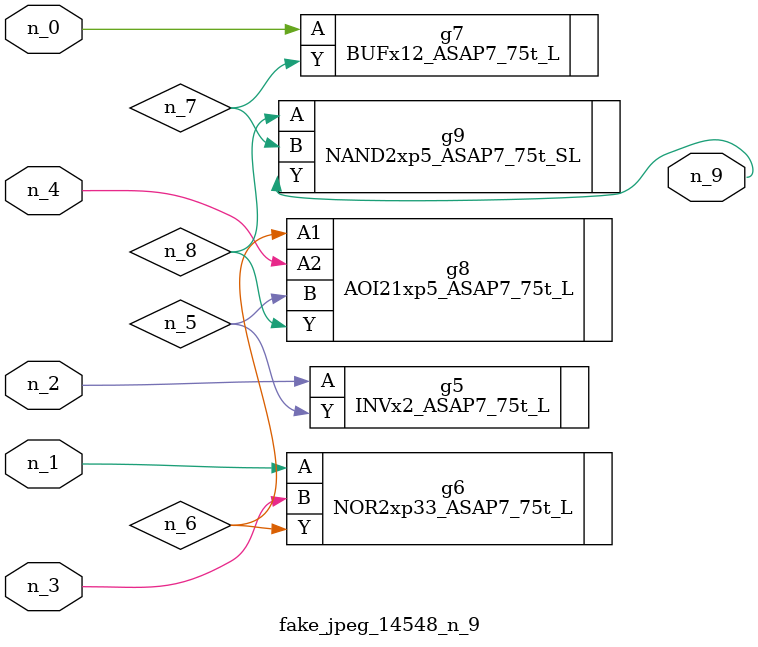
<source format=v>
module fake_jpeg_14548_n_9 (n_3, n_2, n_1, n_0, n_4, n_9);

input n_3;
input n_2;
input n_1;
input n_0;
input n_4;

output n_9;

wire n_8;
wire n_6;
wire n_5;
wire n_7;

INVx2_ASAP7_75t_L g5 ( 
.A(n_2),
.Y(n_5)
);

NOR2xp33_ASAP7_75t_L g6 ( 
.A(n_1),
.B(n_3),
.Y(n_6)
);

BUFx12_ASAP7_75t_L g7 ( 
.A(n_0),
.Y(n_7)
);

AOI21xp5_ASAP7_75t_L g8 ( 
.A1(n_6),
.A2(n_4),
.B(n_5),
.Y(n_8)
);

NAND2xp5_ASAP7_75t_SL g9 ( 
.A(n_8),
.B(n_7),
.Y(n_9)
);


endmodule
</source>
